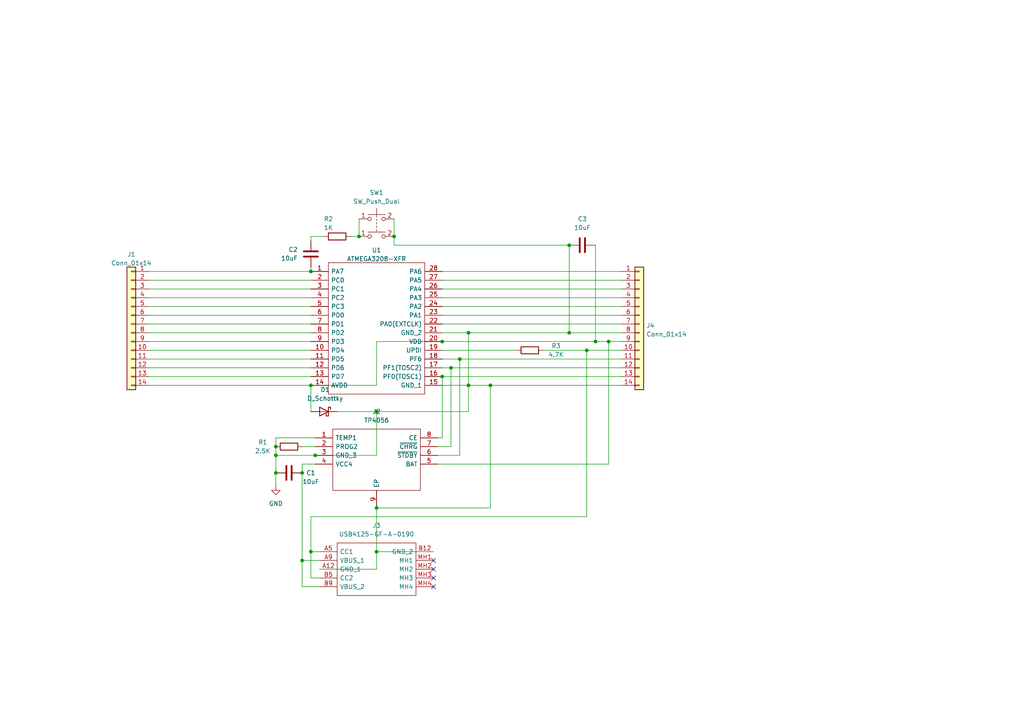
<source format=kicad_sch>
(kicad_sch (version 20211123) (generator eeschema)
  (paper "A4")
  (lib_symbols
    (symbol "Connector_Generic:Conn_01x14" (pin_names (offset 1.016) hide)
      (property "Reference" "J" (at 0 17.78 0))
      (property "Value" "Conn_01x14" (at 0 -20.32 0))
      (symbol "Conn_01x14_1_1"
        (rectangle (start -1.27 -17.653) (end 0 -17.907) (stroke (width 0.1524)))
        (rectangle (start -1.27 -15.113) (end 0 -15.367) (stroke (width 0.1524)))
        (rectangle (start -1.27 -12.573) (end 0 -12.827) (stroke (width 0.1524)))
        (rectangle (start -1.27 -10.033) (end 0 -10.287) (stroke (width 0.1524)))
        (rectangle (start -1.27 -7.493) (end 0 -7.747) (stroke (width 0.1524)))
        (rectangle (start -1.27 -4.953) (end 0 -5.207) (stroke (width 0.1524)))
        (rectangle (start -1.27 -2.413) (end 0 -2.667) (stroke (width 0.1524)))
        (rectangle (start -1.27 0.127) (end 0 -0.127) (stroke (width 0.1524)))
        (rectangle (start -1.27 2.667) (end 0 2.413) (stroke (width 0.1524)))
        (rectangle (start -1.27 5.207) (end 0 4.953) (stroke (width 0.1524)))
        (rectangle (start -1.27 7.747) (end 0 7.493) (stroke (width 0.1524)))
        (rectangle (start -1.27 10.287) (end 0 10.033) (stroke (width 0.1524)))
        (rectangle (start -1.27 12.827) (end 0 12.573) (stroke (width 0.1524)))
        (rectangle (start -1.27 15.367) (end 0 15.113) (stroke (width 0.1524)))
        (rectangle (start -1.27 16.51) (end 1.27 -19.05) (stroke (width 0.254)) (fill (type background)))
        (pin passive line (at -5.08 15.24 0) (length 3.81) (name "Pin_1") (number "1"))
        (pin passive line (at -5.08 -7.62 0) (length 3.81) (name "Pin_10") (number "10"))
        (pin passive line (at -5.08 -10.16 0) (length 3.81) (name "Pin_11") (number "11"))
        (pin passive line (at -5.08 -12.7 0) (length 3.81) (name "Pin_12") (number "12"))
        (pin passive line (at -5.08 -15.24 0) (length 3.81) (name "Pin_13") (number "13"))
        (pin passive line (at -5.08 -17.78 0) (length 3.81) (name "Pin_14") (number "14"))
        (pin passive line (at -5.08 12.7 0) (length 3.81) (name "Pin_2") (number "2"))
        (pin passive line (at -5.08 10.16 0) (length 3.81) (name "Pin_3") (number "3"))
        (pin passive line (at -5.08 7.62 0) (length 3.81) (name "Pin_4") (number "4"))
        (pin passive line (at -5.08 5.08 0) (length 3.81) (name "Pin_5") (number "5"))
        (pin passive line (at -5.08 2.54 0) (length 3.81) (name "Pin_6") (number "6"))
        (pin passive line (at -5.08 0 0) (length 3.81) (name "Pin_7") (number "7"))
        (pin passive line (at -5.08 -2.54 0) (length 3.81) (name "Pin_8") (number "8"))
        (pin passive line (at -5.08 -5.08 0) (length 3.81) (name "Pin_9") (number "9"))
      )
    )
    (symbol "Device:C" (pin_numbers hide) (pin_names (offset 0.254))
      (property "Reference" "C" (at 0.635 2.54 0))
      (property "Value" "C" (at 0.635 -2.54 0))
      (symbol "C_0_1"
        (polyline (pts (xy -2.032 -0.762) (xy 2.032 -0.762)) (stroke (width 0.508)))
        (polyline (pts (xy -2.032 0.762) (xy 2.032 0.762)) (stroke (width 0.508)))
      )
      (symbol "C_1_1"
        (pin passive line (at 0 3.81 270) (length 2.794) (name "~") (number "1"))
        (pin passive line (at 0 -3.81 90) (length 2.794) (name "~") (number "2"))
      )
    )
    (symbol "Device:D_Schottky" (pin_numbers hide) (pin_names (offset 1.016) hide)
      (property "Reference" "D" (at 0 2.54 0))
      (property "Value" "D_Schottky" (at 0 -2.54 0))
      (symbol "D_Schottky_0_1"
        (polyline (pts (xy 1.27 0) (xy -1.27 0)))
        (polyline (pts (xy 1.27 1.27) (xy 1.27 -1.27) (xy -1.27 0) (xy 1.27 1.27)) (stroke (width 0.254)))
        (polyline (pts (xy -1.905 0.635) (xy -1.905 1.27) (xy -1.27 1.27) (xy -1.27 -1.27) (xy -0.635 -1.27) (xy -0.635 -0.635)) (stroke (width 0.254)))
      )
      (symbol "D_Schottky_1_1"
        (pin passive line (at -3.81 0 0) (length 2.54) (name "K") (number "1"))
        (pin passive line (at 3.81 0 180) (length 2.54) (name "A") (number "2"))
      )
    )
    (symbol "Device:R" (pin_numbers hide) (pin_names (offset 0))
      (property "Reference" "R" (at 2.032 0 90))
      (property "Value" "R" (at 0 0 90))
      (symbol "R_0_1"
        (rectangle (start -1.016 -2.54) (end 1.016 2.54) (stroke (width 0.254)))
      )
      (symbol "R_1_1"
        (pin passive line (at 0 3.81 270) (length 1.27) (name "~") (number "1"))
        (pin passive line (at 0 -3.81 90) (length 1.27) (name "~") (number "2"))
      )
    )
    (symbol "SamacSys:TP4056" (pin_names (offset 0.762))
      (property "Reference" "J" (at 31.75 7.62 0))
      (property "Value" "TP4056" (at 31.75 5.08 0))
      (symbol "TP4056_0_0"
        (pin passive line (at 0 0 0) (length 5.08) (name "TEMP1") (number "1"))
        (pin passive line (at 0 -2.54 0) (length 5.08) (name "PROG2") (number "2"))
        (pin passive line (at 0 -5.08 0) (length 5.08) (name "GND_3") (number "3"))
        (pin passive line (at 0 -7.62 0) (length 5.08) (name "VCC4") (number "4"))
        (pin passive line (at 35.56 -7.62 180) (length 5.08) (name "BAT") (number "5"))
        (pin passive line (at 35.56 -5.08 180) (length 5.08) (name "~{STDBY}") (number "6"))
        (pin passive line (at 35.56 -2.54 180) (length 5.08) (name "~{CHRG}") (number "7"))
        (pin passive line (at 35.56 0 180) (length 5.08) (name "CE") (number "8"))
        (pin passive line (at 17.78 -20.32 90) (length 5.08) (name "EP") (number "9"))
      )
      (symbol "TP4056_0_1"
        (polyline (pts (xy 5.08 2.54) (xy 30.48 2.54) (xy 30.48 -15.24) (xy 5.08 -15.24) (xy 5.08 2.54)) (stroke (width 0.1524)))
      )
    )
    (symbol "SamacSys:USB4125-GF-A-0190" (pin_names (offset 0.762))
      (property "Reference" "J" (at 29.21 7.62 0))
      (property "Value" "USB4125-GF-A-0190" (at 29.21 5.08 0))
      (symbol "USB4125-GF-A-0190_0_0"
        (pin passive line (at 0 -5.08 0) (length 5.08) (name "GND_1") (number "A12"))
        (pin passive line (at 0 0 0) (length 5.08) (name "CC1") (number "A5"))
        (pin passive line (at 0 -2.54 0) (length 5.08) (name "VBUS_1") (number "A9"))
        (pin passive line (at 33.02 0 180) (length 5.08) (name "GND_2") (number "B12"))
        (pin passive line (at 0 -7.62 0) (length 5.08) (name "CC2") (number "B5"))
        (pin passive line (at 0 -10.16 0) (length 5.08) (name "VBUS_2") (number "B9"))
        (pin passive line (at 33.02 -2.54 180) (length 5.08) (name "MH1") (number "MH1"))
        (pin passive line (at 33.02 -5.08 180) (length 5.08) (name "MH2") (number "MH2"))
        (pin passive line (at 33.02 -7.62 180) (length 5.08) (name "MH3") (number "MH3"))
        (pin passive line (at 33.02 -10.16 180) (length 5.08) (name "MH4") (number "MH4"))
      )
      (symbol "USB4125-GF-A-0190_0_1"
        (polyline (pts (xy 5.08 2.54) (xy 27.94 2.54) (xy 27.94 -12.7) (xy 5.08 -12.7) (xy 5.08 2.54)) (stroke (width 0.1524)))
      )
    )
    (symbol "SamacSys_Parts_OLD:ATMEGA3208-XFR" (pin_names (offset 0.762))
      (property "Reference" "IC" (at 34.29 7.62 0))
      (property "Value" "ATMEGA3208-XFR" (at 34.29 5.08 0))
      (symbol "ATMEGA3208-XFR_0_0"
        (pin passive line (at 0 0 0) (length 5.08) (name "PA7") (number "1"))
        (pin passive line (at 0 -22.86 0) (length 5.08) (name "PD4") (number "10"))
        (pin passive line (at 0 -25.4 0) (length 5.08) (name "PD5") (number "11"))
        (pin passive line (at 0 -27.94 0) (length 5.08) (name "PD6") (number "12"))
        (pin passive line (at 0 -30.48 0) (length 5.08) (name "PD7") (number "13"))
        (pin passive line (at 0 -33.02 0) (length 5.08) (name "AVDD") (number "14"))
        (pin passive line (at 38.1 -33.02 180) (length 5.08) (name "GND_1") (number "15"))
        (pin passive line (at 38.1 -30.48 180) (length 5.08) (name "PF0(TOSC1)") (number "16"))
        (pin passive line (at 38.1 -27.94 180) (length 5.08) (name "PF1(TOSC2)") (number "17"))
        (pin passive line (at 38.1 -25.4 180) (length 5.08) (name "PF6") (number "18"))
        (pin passive line (at 38.1 -22.86 180) (length 5.08) (name "UPDI") (number "19"))
        (pin passive line (at 0 -2.54 0) (length 5.08) (name "PC0") (number "2"))
        (pin passive line (at 38.1 -20.32 180) (length 5.08) (name "VDD") (number "20"))
        (pin passive line (at 38.1 -17.78 180) (length 5.08) (name "GND_2") (number "21"))
        (pin passive line (at 38.1 -15.24 180) (length 5.08) (name "PA0(EXTCLK)") (number "22"))
        (pin passive line (at 38.1 -12.7 180) (length 5.08) (name "PA1") (number "23"))
        (pin passive line (at 38.1 -10.16 180) (length 5.08) (name "PA2") (number "24"))
        (pin passive line (at 38.1 -7.62 180) (length 5.08) (name "PA3") (number "25"))
        (pin passive line (at 38.1 -5.08 180) (length 5.08) (name "PA4") (number "26"))
        (pin passive line (at 38.1 -2.54 180) (length 5.08) (name "PA5") (number "27"))
        (pin passive line (at 38.1 0 180) (length 5.08) (name "PA6") (number "28"))
        (pin passive line (at 0 -5.08 0) (length 5.08) (name "PC1") (number "3"))
        (pin passive line (at 0 -7.62 0) (length 5.08) (name "PC2") (number "4"))
        (pin passive line (at 0 -10.16 0) (length 5.08) (name "PC3") (number "5"))
        (pin passive line (at 0 -12.7 0) (length 5.08) (name "PD0") (number "6"))
        (pin passive line (at 0 -15.24 0) (length 5.08) (name "PD1") (number "7"))
        (pin passive line (at 0 -17.78 0) (length 5.08) (name "PD2") (number "8"))
        (pin passive line (at 0 -20.32 0) (length 5.08) (name "PD3") (number "9"))
      )
      (symbol "ATMEGA3208-XFR_0_1"
        (polyline (pts (xy 5.08 2.54) (xy 33.02 2.54) (xy 33.02 -35.56) (xy 5.08 -35.56) (xy 5.08 2.54)) (stroke (width 0.1524)))
      )
    )
    (symbol "Switch:SW_Push_Dual" (pin_names (offset 1.016) hide)
      (property "Reference" "SW1" (at 0 7.62 0))
      (property "Value" "SW_Push_Dual" (at 0 5.08 0))
      (symbol "SW_Push_Dual_0_1"
        (circle (center -2.032 -5.08) (radius 0.508))
        (circle (center -2.032 0) (radius 0.508))
        (polyline (pts (xy 0 -3.048) (xy 0 -3.556)))
        (polyline (pts (xy 0 -2.032) (xy 0 -2.54)))
        (polyline (pts (xy 0 -1.524) (xy 0 -1.016)))
        (polyline (pts (xy 0 -0.508) (xy 0 0)))
        (polyline (pts (xy 0 0.508) (xy 0 1.016)))
        (polyline (pts (xy 0 1.27) (xy 0 3.048)))
        (polyline (pts (xy 2.54 -3.81) (xy -2.54 -3.81)))
        (polyline (pts (xy 2.54 1.27) (xy -2.54 1.27)))
        (circle (center 2.032 -5.08) (radius 0.508))
        (circle (center 2.032 0) (radius 0.508))
        (pin passive line (at -5.08 -5.08 0) (length 2.54) (name "1") (number "1"))
        (pin passive line (at -5.08 0 0) (length 2.54) (name "1") (number "1"))
        (pin passive line (at 5.08 -5.08 180) (length 2.54) (name "2") (number "2"))
        (pin passive line (at 5.08 0 180) (length 2.54) (name "2") (number "2"))
      )
    )
    (symbol "power:GND" (power) (pin_names (offset 0))
      (property "Value" "GND" (at 0 -3.81 0))
      (symbol "GND_0_1"
        (polyline (pts (xy 0 0) (xy 0 -1.27) (xy 1.27 -1.27) (xy 0 -2.54) (xy -1.27 -1.27) (xy 0 -1.27)))
      )
      (symbol "GND_1_1"
        (pin power_in line (at 0 0 270) (length 0) hide (name "GND") (number "1"))
      )
    )
  )
  (junction (at 90.17 78.74))
  (junction (at 104.14 68.58))
  (junction (at 130.81 106.68))
  (junction (at 80.01 132.08))
  (junction (at 165.1 96.52))
  (junction (at 135.89 96.52))
  (junction (at 165.1 71.12))
  (junction (at 128.27 109.22))
  (junction (at 135.89 111.76))
  (junction (at 90.17 111.76))
  (junction (at 80.01 129.54))
  (junction (at 109.22 147.32))
  (junction (at 128.27 99.06))
  (junction (at 172.72 99.06))
  (junction (at 133.35 104.14))
  (junction (at 90.17 160.02))
  (junction (at 109.22 119.38))
  (junction (at 87.63 137.16))
  (junction (at 176.53 99.06))
  (junction (at 80.01 137.16))
  (junction (at 91.44 132.08))
  (junction (at 170.18 101.6))
  (junction (at 114.3 68.58))
  (junction (at 142.24 111.76))
  (junction (at 87.63 162.56))
  (junction (at 109.22 160.02))
  (no_connect (at 125.73 162.56))
  (no_connect (at 125.73 165.1))
  (no_connect (at 125.73 167.64))
  (no_connect (at 125.73 170.18))
  (wire (pts (xy 114.3 63.5) (xy 114.3 68.58)))
  (wire (pts (xy 43.18 104.14) (xy 90.17 104.14)))
  (wire (pts (xy 135.89 111.76) (xy 135.89 119.38)))
  (wire (pts (xy 92.71 165.1) (xy 109.22 165.1)))
  (wire (pts (xy 87.63 134.62) (xy 87.63 137.16)))
  (wire (pts (xy 90.17 77.47) (xy 90.17 78.74)))
  (wire (pts (xy 92.71 170.18) (xy 87.63 170.18)))
  (wire (pts (xy 180.34 91.44) (xy 128.27 91.44)))
  (wire (pts (xy 43.18 81.28) (xy 90.17 81.28)))
  (wire (pts (xy 172.72 71.12) (xy 172.72 99.06)))
  (wire (pts (xy 43.18 93.98) (xy 90.17 93.98)))
  (wire (pts (xy 43.18 88.9) (xy 90.17 88.9)))
  (wire (pts (xy 142.24 111.76) (xy 135.89 111.76)))
  (wire (pts (xy 128.27 127) (xy 127 127)))
  (wire (pts (xy 130.81 106.68) (xy 128.27 106.68)))
  (wire (pts (xy 128.27 99.06) (xy 172.72 99.06)))
  (wire (pts (xy 87.63 162.56) (xy 87.63 170.18)))
  (wire (pts (xy 92.71 167.64) (xy 90.17 167.64)))
  (wire (pts (xy 87.63 137.16) (xy 87.63 162.56)))
  (wire (pts (xy 176.53 134.62) (xy 176.53 99.06)))
  (wire (pts (xy 80.01 132.08) (xy 80.01 137.16)))
  (wire (pts (xy 135.89 96.52) (xy 128.27 96.52)))
  (wire (pts (xy 93.98 68.58) (xy 90.17 68.58)))
  (wire (pts (xy 180.34 111.76) (xy 142.24 111.76)))
  (wire (pts (xy 43.18 78.74) (xy 90.17 78.74)))
  (wire (pts (xy 43.18 83.82) (xy 90.17 83.82)))
  (wire (pts (xy 43.18 86.36) (xy 90.17 86.36)))
  (wire (pts (xy 157.48 101.6) (xy 170.18 101.6)))
  (wire (pts (xy 90.17 160.02) (xy 92.71 160.02)))
  (wire (pts (xy 43.18 96.52) (xy 90.17 96.52)))
  (wire (pts (xy 180.34 81.28) (xy 128.27 81.28)))
  (wire (pts (xy 43.18 106.68) (xy 90.17 106.68)))
  (wire (pts (xy 91.44 132.08) (xy 109.22 132.08)))
  (wire (pts (xy 127 132.08) (xy 133.35 132.08)))
  (wire (pts (xy 80.01 127) (xy 80.01 129.54)))
  (wire (pts (xy 87.63 162.56) (xy 92.71 162.56)))
  (wire (pts (xy 135.89 111.76) (xy 128.27 111.76)))
  (wire (pts (xy 130.81 106.68) (xy 130.81 129.54)))
  (wire (pts (xy 80.01 137.16) (xy 80.01 140.97)))
  (wire (pts (xy 90.17 68.58) (xy 90.17 69.85)))
  (wire (pts (xy 109.22 99.06) (xy 128.27 99.06)))
  (wire (pts (xy 109.22 147.32) (xy 109.22 160.02)))
  (wire (pts (xy 176.53 99.06) (xy 172.72 99.06)))
  (wire (pts (xy 91.44 134.62) (xy 87.63 134.62)))
  (wire (pts (xy 142.24 111.76) (xy 142.24 147.32)))
  (wire (pts (xy 87.63 129.54) (xy 91.44 129.54)))
  (wire (pts (xy 109.22 132.08) (xy 109.22 119.38)))
  (wire (pts (xy 90.17 160.02) (xy 90.17 167.64)))
  (wire (pts (xy 127 134.62) (xy 176.53 134.62)))
  (wire (pts (xy 180.34 109.22) (xy 128.27 109.22)))
  (wire (pts (xy 109.22 119.38) (xy 135.89 119.38)))
  (wire (pts (xy 109.22 160.02) (xy 125.73 160.02)))
  (wire (pts (xy 170.18 149.86) (xy 170.18 101.6)))
  (wire (pts (xy 135.89 96.52) (xy 135.89 111.76)))
  (wire (pts (xy 43.18 91.44) (xy 90.17 91.44)))
  (wire (pts (xy 90.17 149.86) (xy 90.17 160.02)))
  (wire (pts (xy 180.34 93.98) (xy 128.27 93.98)))
  (wire (pts (xy 104.14 63.5) (xy 104.14 68.58)))
  (wire (pts (xy 90.17 149.86) (xy 170.18 149.86)))
  (wire (pts (xy 114.3 71.12) (xy 114.3 68.58)))
  (wire (pts (xy 180.34 88.9) (xy 128.27 88.9)))
  (wire (pts (xy 91.44 127) (xy 80.01 127)))
  (wire (pts (xy 43.18 101.6) (xy 90.17 101.6)))
  (wire (pts (xy 180.34 86.36) (xy 128.27 86.36)))
  (wire (pts (xy 128.27 101.6) (xy 149.86 101.6)))
  (wire (pts (xy 91.44 132.08) (xy 80.01 132.08)))
  (wire (pts (xy 180.34 96.52) (xy 165.1 96.52)))
  (wire (pts (xy 128.27 109.22) (xy 128.27 127)))
  (wire (pts (xy 165.1 71.12) (xy 165.1 96.52)))
  (wire (pts (xy 104.14 68.58) (xy 101.6 68.58)))
  (wire (pts (xy 43.18 99.06) (xy 90.17 99.06)))
  (wire (pts (xy 142.24 147.32) (xy 109.22 147.32)))
  (wire (pts (xy 180.34 104.14) (xy 133.35 104.14)))
  (wire (pts (xy 43.18 109.22) (xy 90.17 109.22)))
  (wire (pts (xy 180.34 78.74) (xy 128.27 78.74)))
  (wire (pts (xy 43.18 111.76) (xy 90.17 111.76)))
  (wire (pts (xy 109.22 111.76) (xy 109.22 99.06)))
  (wire (pts (xy 90.17 111.76) (xy 109.22 111.76)))
  (wire (pts (xy 114.3 71.12) (xy 165.1 71.12)))
  (wire (pts (xy 180.34 99.06) (xy 176.53 99.06)))
  (wire (pts (xy 133.35 104.14) (xy 128.27 104.14)))
  (wire (pts (xy 97.79 119.38) (xy 109.22 119.38)))
  (wire (pts (xy 80.01 129.54) (xy 80.01 132.08)))
  (wire (pts (xy 180.34 83.82) (xy 128.27 83.82)))
  (wire (pts (xy 109.22 165.1) (xy 109.22 160.02)))
  (wire (pts (xy 180.34 106.68) (xy 130.81 106.68)))
  (wire (pts (xy 133.35 104.14) (xy 133.35 132.08)))
  (wire (pts (xy 127 129.54) (xy 130.81 129.54)))
  (wire (pts (xy 165.1 96.52) (xy 135.89 96.52)))
  (wire (pts (xy 170.18 101.6) (xy 180.34 101.6)))
  (wire (pts (xy 90.17 111.76) (xy 90.17 119.38)))
  (symbol (lib_id "Connector_Generic:Conn_01x14") (at 38.1 93.98 0) (mirror y) (unit 1)
    (property "Reference" "J1" (at 38.1 73.7702 0))
    (property "Value" "Conn_01x14" (at 38.1 76.3071 0))
    (property "Footprint" "Connector_PinHeader_2.54mm:PinHeader_1x14_P2.54mm_Vertical" (effects hide))
  )
  (symbol (lib_id "SamacSys_Parts_OLD:ATMEGA3208-XFR") (at 90.17 78.74 0) (unit 1)
    (property "Reference" "U1" (at 109.22 72.551 0))
    (property "Value" "ATMEGA3208-XFR" (at 109.22 75.0879 0))
    (property "Footprint" "Package_SO:SSOP-28_5.3x10.2mm_P0.65mm" (effects hide))
    (property "Datasheet" "https://componentsearchengine.com/Datasheets/1/ATMEGA3208-XFR.pdf" (effects hide))
    (property "Description" "8-bit Microcontrollers - MCU 20MHz, 32KB, SSOP28, Ind 125C, Green, T&R" (effects hide))
    (property "Height" "1.99" (effects hide))
    (property "Manufacturer_Name" "Microchip" (effects hide))
    (property "Manufacturer_Part_Number" "ATMEGA3208-XFR" (effects hide))
    (property "Mouser Part Number" "556-ATMEGA3208-XFR" (effects hide))
    (property "Mouser Price/Stock" "https://www.mouser.co.uk/ProductDetail/Microchip-Technology/ATMEGA3208-XFR?qs=y6ZabgHbY%252ByexExRqReahg%3D%3D" (effects hide))
  )
  (symbol (lib_id "Device:C") (at 168.91 71.12 90) (unit 1)
    (property "Reference" "C3" (at 168.91 63.5 90))
    (property "Value" "10uF" (at 168.91 66.04 90))
    (property "Footprint" "Capacitor_SMD:C_0603_1608Metric_Pad1.08x0.95mm_HandSolder" (effects hide))
  )
  (symbol (lib_id "Device:R") (at 83.82 129.54 270) (unit 1)
    (property "Reference" "R1" (at 76.2 128.27 90))
    (property "Value" "2.5K" (at 76.2 130.81 90))
    (property "Footprint" "Resistor_SMD:R_0603_1608Metric_Pad0.98x0.95mm_HandSolder" (effects hide))
  )
  (symbol (lib_id "Device:R") (at 153.67 101.6 270) (unit 1)
    (property "Reference" "R3" (at 161.29 100.33 90))
    (property "Value" "4.7K" (at 161.29 102.87 90))
    (property "Footprint" "Resistor_SMD:R_0603_1608Metric_Pad0.98x0.95mm_HandSolder" (effects hide))
  )
  (symbol (lib_id "Device:C") (at 90.17 73.66 0) (mirror x) (unit 1)
    (property "Reference" "C2" (at 86.36 72.3899 0) (effects (justify right)))
    (property "Value" "10uF" (at 86.36 74.9299 0) (effects (justify right)))
    (property "Footprint" "Capacitor_SMD:C_0603_1608Metric_Pad1.08x0.95mm_HandSolder" (effects hide))
  )
  (symbol (lib_id "Device:C") (at 83.82 137.16 90) (unit 1)
    (property "Reference" "C1" (at 90.17 137.16 90))
    (property "Value" "10uF" (at 90.17 139.7 90))
    (property "Footprint" "Capacitor_SMD:C_0603_1608Metric_Pad1.08x0.95mm_HandSolder" (effects hide))
  )
  (symbol (lib_id "SamacSys:TP4056") (at 91.44 127 0) (unit 1)
    (property "Reference" "J2" (at 109.22 119.38 0))
    (property "Value" "TP4056" (at 109.22 121.92 0))
    (property "Footprint" "Package_SO:SOP-8-1EP_4.57x4.57mm_P1.27mm_EP4.57x4.45mm_ThermalVias" (effects hide))
    (property "Datasheet" "https://dlnmh9ip6v2uc.cloudfront.net/datasheets/Prototyping/TP4056.pdf" (effects hide))
    (property "Description" "1A Standalone Linear Li-lon Battery Charger, SOP-8" (effects hide))
    (property "Height" "1.75" (effects hide))
    (property "Manufacturer_Name" "NanJing Top Power" (effects hide))
    (property "Manufacturer_Part_Number" "TP4056" (effects hide))
  )
  (symbol (lib_id "Connector_Generic:Conn_01x14") (at 185.42 93.98 0) (unit 1)
    (property "Reference" "J4" (at 187.452 94.4153 0) (effects (justify left)))
    (property "Value" "Conn_01x14" (at 187.452 96.9522 0) (effects (justify left)))
    (property "Footprint" "Connector_PinHeader_2.54mm:PinHeader_1x14_P2.54mm_Vertical" (effects hide))
  )
  (symbol (lib_id "Device:R") (at 97.79 68.58 270) (unit 1)
    (property "Reference" "R2" (at 95.25 63.5 90))
    (property "Value" "1K" (at 95.25 66.04 90))
    (property "Footprint" "Resistor_SMD:R_0603_1608Metric_Pad0.98x0.95mm_HandSolder" (effects hide))
  )
  (symbol (lib_id "Switch:SW_Push_Dual") (at 109.22 63.5 0) (unit 1)
    (property "Reference" "SW1" (at 109.22 55.88 0))
    (property "Value" "SW_Push_Dual" (at 109.22 58.42 0))
    (property "Footprint" "Button_Switch_THT:SW_PUSH_6mm_H5mm" (effects hide))
  )
  (symbol (lib_id "power:GND") (at 80.01 140.97 0) (unit 1)
    (property "Reference" "#PWR01" (effects hide))
    (property "Value" "GND" (at 80.01 146.05 0))
  )
  (symbol (lib_id "Device:D_Schottky") (at 93.98 119.38 0) (mirror y) (unit 1)
    (property "Reference" "D1" (at 94.2975 113.03 0))
    (property "Value" "D_Schottky" (at 94.2975 115.57 0))
    (property "Footprint" "Diode_SMD:D_0805_2012Metric_Pad1.15x1.40mm_HandSolder" (effects hide))
  )
  (symbol (lib_id "SamacSys:USB4125-GF-A-0190") (at 92.71 160.02 0) (unit 1)
    (property "Reference" "J3" (at 109.22 152.4 0))
    (property "Value" "USB4125-GF-A-0190" (at 109.22 154.94 0))
    (property "Footprint" "SamacSys:USB4125GFA0190" (effects hide))
    (property "Description" "USB Connectors USB C Rec GF RA 6P SMT TH Stakes 1.9mm" (effects hide))
    (property "Height" "3.41" (effects hide))
    (property "Mouser Part Number" "640-USB4125-GF-A-190" (effects hide))
    (property "Mouser Price/Stock" "https://www.mouser.co.uk/ProductDetail/GCT/USB4125-GF-A-0190?qs=QNEnbhJQKvbCz4hEJBS24w%3D%3D" (effects hide))
    (property "Manufacturer_Name" "GCT (GLOBAL CONNECTOR TECHNOLOGY)" (effects hide))
    (property "Manufacturer_Part_Number" "USB4125-GF-A-0190" (effects hide))
  )
)
</source>
